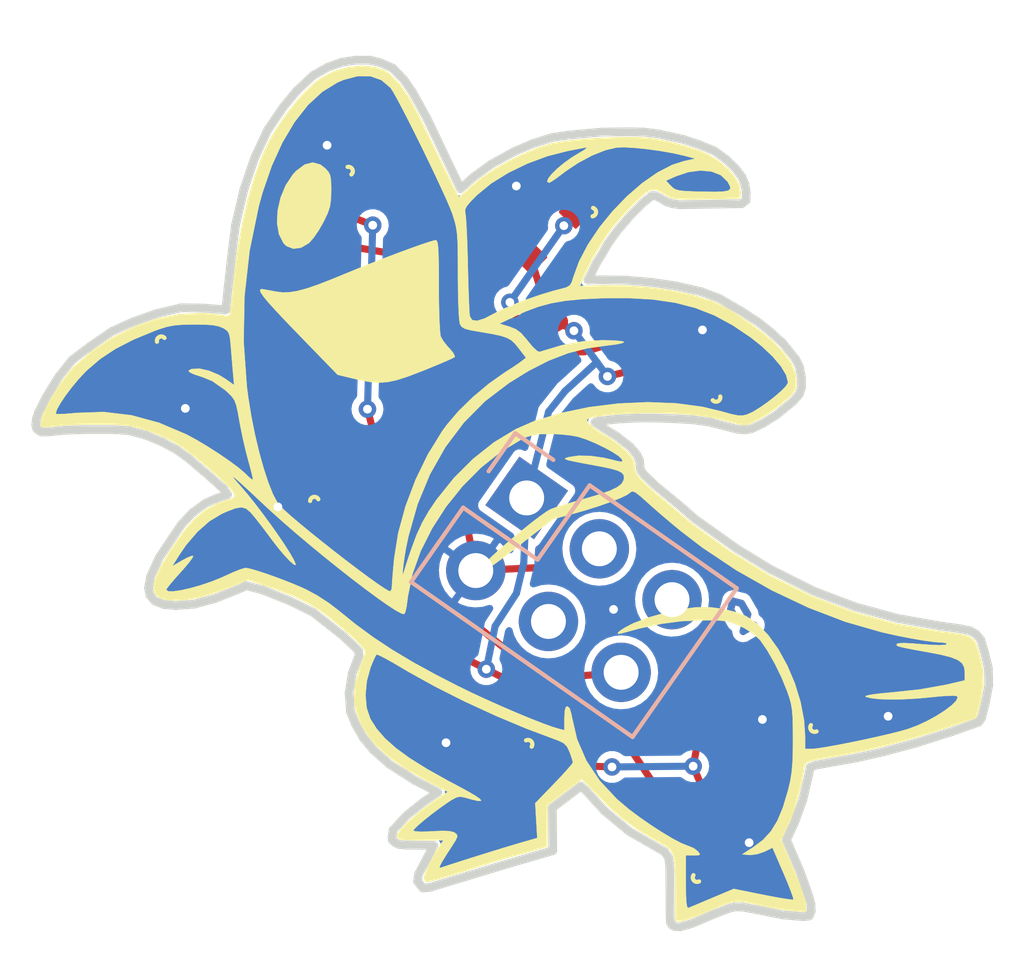
<source format=kicad_pcb>
(kicad_pcb (version 20211014) (generator pcbnew)
  (layers (0 "F.Cu" signal) (31 "B.Cu" signal) (34 "B.Paste" user) (35 "F.Paste" user) (36 "B.SilkS" user "B.Silkscreen") (37 "F.SilkS" user "F.Silkscreen") (38 "B.Mask" user) (39 "F.Mask" user) (44 "Edge.Cuts" user))
  (net 0 "")
  (net 1 "+3.3V")
  (net 2 "GND")
  (net 4 "Net-(D1-Pad3)")
  (net 5 "Net-(D2-Pad3)")
  (net 6 "Net-(D3-Pad3)")
  (net 7 "Net-(D4-Pad3)")
  (net 8 "Net-(D5-Pad3)")
  (net 9 "Net-(D6-Pad3)")
  (net 10 "Net-(D7-Pad3)")
  (net 11 "WSIN")
  (net 14 "unconnected-(J1-Pad5)")
  (footprint "Swadge_Parts:WS2812C-2020" (layer "F.Cu") (at 126.355349 79.949576 -105)
    (fp_text reference "D8" hide)
    (fp_text value "WS2812C-2020" hide)
    (pad "1" smd roundrect (at -0.915 -0.55 255) (size 0.7 0.7) (layers "F.Cu" "F.Paste" "F.Mask") (roundrect_rratio 0.05) (net 10 "Net-(D7-Pad3)"))
    (pad "2" smd roundrect (at -0.915 0.55 255) (size 0.7 0.7) (layers "F.Cu" "F.Paste" "F.Mask") (roundrect_rratio 0.05) (net 2 "GND"))
    (pad "3" smd roundrect (at 0.915 0.55 255) (size 0.7 0.7) (layers "F.Cu" "F.Paste" "F.Mask") (roundrect_rratio 0.05) (net 11 "WSIN"))
    (pad "4" smd roundrect (at 0.915 -0.55 255) (size 0.7 0.7) (layers "F.Cu" "F.Paste" "F.Mask") (roundrect_rratio 0.05) (net 1 "+3.3V"))
  )
  (footprint "Swadge_Parts:bananaraptor" (layer "F.Cu") (at 132.18 88.21)
    (fp_text reference "K1" hide)
    (fp_text value "~" hide)
  )
  (footprint "Swadge_Parts:WS2812C-2020" (layer "F.Cu") (at 138.378292 97.97068 90)
    (fp_text reference "D4" hide)
    (fp_text value "WS2812C-2020" hide)
    (pad "1" smd roundrect (at -0.915 -0.55 90) (size 0.7 0.7) (layers "F.Cu" "F.Paste" "F.Mask") (roundrect_rratio 0.05) (net 6 "Net-(D3-Pad3)"))
    (pad "2" smd roundrect (at -0.915 0.55 90) (size 0.7 0.7) (layers "F.Cu" "F.Paste" "F.Mask") (roundrect_rratio 0.05) (net 2 "GND"))
    (pad "3" smd roundrect (at 0.915 0.55 90) (size 0.7 0.7) (layers "F.Cu" "F.Paste" "F.Mask") (roundrect_rratio 0.05) (net 7 "Net-(D4-Pad3)"))
    (pad "4" smd roundrect (at 0.915 -0.55 90) (size 0.7 0.7) (layers "F.Cu" "F.Paste" "F.Mask") (roundrect_rratio 0.05) (net 1 "+3.3V"))
  )
  (footprint "Swadge_Parts:C_0603_1608Metric" (layer "F.Cu") (at 126.080489 87.041173 -150)
    (fp_text reference "C2" hide)
    (fp_text value "100n" hide)
    (pad "1" smd roundrect locked (at -0.7875 0 210) (size 0.875 0.95) (layers "F.Cu" "F.Paste" "F.Mask") (net 1 "+3.3V"))
    (pad "2" smd roundrect locked (at 0.7875 0 210) (size 0.875 0.95) (layers "F.Cu" "F.Paste" "F.Mask") (net 2 "GND"))
  )
  (footprint "Swadge_Parts:WS2812C-2020" (layer "F.Cu") (at 132.988862 80.407104 -135)
    (fp_text reference "D7" hide)
    (fp_text value "WS2812C-2020" hide)
    (pad "1" smd roundrect (at -0.915 -0.55 225) (size 0.7 0.7) (layers "F.Cu" "F.Paste" "F.Mask") (roundrect_rratio 0.05) (net 9 "Net-(D6-Pad3)"))
    (pad "2" smd roundrect (at -0.915 0.55 225) (size 0.7 0.7) (layers "F.Cu" "F.Paste" "F.Mask") (roundrect_rratio 0.05) (net 2 "GND"))
    (pad "3" smd roundrect (at 0.915 0.55 225) (size 0.7 0.7) (layers "F.Cu" "F.Paste" "F.Mask") (roundrect_rratio 0.05) (net 10 "Net-(D7-Pad3)"))
    (pad "4" smd roundrect (at 0.915 -0.55 225) (size 0.7 0.7) (layers "F.Cu" "F.Paste" "F.Mask") (roundrect_rratio 0.05) (net 1 "+3.3V"))
  )
  (footprint "Swadge_Parts:WS2812C-2020" (layer "F.Cu") (at 127.183277 89.8091 -30)
    (fp_text reference "D2" hide)
    (fp_text value "WS2812C-2020" hide)
    (pad "1" smd roundrect (at -0.915 -0.55 330) (size 0.7 0.7) (layers "F.Cu" "F.Paste" "F.Mask") (roundrect_rratio 0.05) (net 4 "Net-(D1-Pad3)"))
    (pad "2" smd roundrect (at -0.915 0.55 330) (size 0.7 0.7) (layers "F.Cu" "F.Paste" "F.Mask") (roundrect_rratio 0.05) (net 2 "GND"))
    (pad "3" smd roundrect (at 0.915 0.55 330) (size 0.7 0.7) (layers "F.Cu" "F.Paste" "F.Mask") (roundrect_rratio 0.05) (net 5 "Net-(D2-Pad3)"))
    (pad "4" smd roundrect (at 0.915 -0.55 330) (size 0.7 0.7) (layers "F.Cu" "F.Paste" "F.Mask") (roundrect_rratio 0.05) (net 1 "+3.3V"))
  )
  (footprint "Swadge_Parts:WS2812C-2020" (layer "F.Cu") (at 131.785684 96.631336 -90)
    (fp_text reference "D3" hide)
    (fp_text value "WS2812C-2020" hide)
    (pad "1" smd roundrect (at -0.915 -0.55 270) (size 0.7 0.7) (layers "F.Cu" "F.Paste" "F.Mask") (roundrect_rratio 0.05) (net 5 "Net-(D2-Pad3)"))
    (pad "2" smd roundrect (at -0.915 0.55 270) (size 0.7 0.7) (layers "F.Cu" "F.Paste" "F.Mask") (roundrect_rratio 0.05) (net 2 "GND"))
    (pad "3" smd roundrect (at 0.915 0.55 270) (size 0.7 0.7) (layers "F.Cu" "F.Paste" "F.Mask") (roundrect_rratio 0.05) (net 6 "Net-(D3-Pad3)"))
    (pad "4" smd roundrect (at 0.915 -0.55 270) (size 0.7 0.7) (layers "F.Cu" "F.Paste" "F.Mask") (roundrect_rratio 0.05) (net 1 "+3.3V"))
  )
  (footprint "Swadge_Parts:WS2812C-2020" (layer "F.Cu") (at 141.7408 93.67399 90)
    (fp_text reference "D5" hide)
    (fp_text value "WS2812C-2020" hide)
    (pad "1" smd roundrect (at -0.915 -0.55 90) (size 0.7 0.7) (layers "F.Cu" "F.Paste" "F.Mask") (roundrect_rratio 0.05) (net 7 "Net-(D4-Pad3)"))
    (pad "2" smd roundrect (at -0.915 0.55 90) (size 0.7 0.7) (layers "F.Cu" "F.Paste" "F.Mask") (roundrect_rratio 0.05) (net 2 "GND"))
    (pad "3" smd roundrect (at 0.915 0.55 90) (size 0.7 0.7) (layers "F.Cu" "F.Paste" "F.Mask") (roundrect_rratio 0.05) (net 8 "Net-(D5-Pad3)"))
    (pad "4" smd roundrect (at 0.915 -0.55 90) (size 0.7 0.7) (layers "F.Cu" "F.Paste" "F.Mask") (roundrect_rratio 0.05) (net 1 "+3.3V"))
  )
  (footprint "Swadge_Parts:C_0603_1608Metric" (layer "F.Cu") (at 132.593271 83.567168 -150)
    (fp_text reference "C3" hide)
    (fp_text value "100n" hide)
    (pad "1" smd roundrect locked (at -0.7875 0 210) (size 0.875 0.95) (layers "F.Cu" "F.Paste" "F.Mask") (net 1 "+3.3V"))
    (pad "2" smd roundrect locked (at 0.7875 0 210) (size 0.875 0.95) (layers "F.Cu" "F.Paste" "F.Mask") (net 2 "GND"))
  )
  (footprint "Swadge_Parts:WS2812C-2020" (layer "F.Cu") (at 123.132965 85.004652 -15)
    (fp_text reference "D1" hide)
    (fp_text value "WS2812C-2020" hide)
    (pad "1" smd roundrect (at -0.915 -0.55 345) (size 0.7 0.7) (layers "F.Cu" "F.Paste" "F.Mask") (roundrect_rratio 0.05))
    (pad "2" smd roundrect (at -0.915 0.55 345) (size 0.7 0.7) (layers "F.Cu" "F.Paste" "F.Mask") (roundrect_rratio 0.05) (net 2 "GND"))
    (pad "3" smd roundrect (at 0.915 0.55 345) (size 0.7 0.7) (layers "F.Cu" "F.Paste" "F.Mask") (roundrect_rratio 0.05) (net 4 "Net-(D1-Pad3)"))
    (pad "4" smd roundrect (at 0.915 -0.55 345) (size 0.7 0.7) (layers "F.Cu" "F.Paste" "F.Mask") (roundrect_rratio 0.05) (net 1 "+3.3V"))
  )
  (footprint "Swadge_Parts:C_0603_1608Metric" (layer "F.Cu") (at 138.35502 94.136041 30)
    (fp_text reference "C1" hide)
    (fp_text value "100n" hide)
    (pad "1" smd roundrect locked (at -0.7875 0 30) (size 0.875 0.95) (layers "F.Cu" "F.Paste" "F.Mask") (net 1 "+3.3V"))
    (pad "2" smd roundrect locked (at 0.7875 0 30) (size 0.875 0.95) (layers "F.Cu" "F.Paste" "F.Mask") (net 2 "GND"))
  )
  (footprint "Swadge_Parts:WS2812C-2020" (layer "F.Cu") (at 137.073128 84.290516 165)
    (fp_text reference "D6" hide)
    (fp_text value "WS2812C-2020" hide)
    (pad "1" smd roundrect (at -0.915 -0.55 165) (size 0.7 0.7) (layers "F.Cu" "F.Paste" "F.Mask") (roundrect_rratio 0.05) (net 8 "Net-(D5-Pad3)"))
    (pad "2" smd roundrect (at -0.915 0.55 165) (size 0.7 0.7) (layers "F.Cu" "F.Paste" "F.Mask") (roundrect_rratio 0.05) (net 2 "GND"))
    (pad "3" smd roundrect (at 0.915 0.55 165) (size 0.7 0.7) (layers "F.Cu" "F.Paste" "F.Mask") (roundrect_rratio 0.05) (net 9 "Net-(D6-Pad3)"))
    (pad "4" smd roundrect (at 0.915 -0.55 165) (size 0.7 0.7) (layers "F.Cu" "F.Paste" "F.Mask") (roundrect_rratio 0.05) (net 1 "+3.3V"))
  )
  (footprint "Swadge_Parts:PinHeader_2x03_P2.54mm_Vertical" (layer "B.Cu") (at 132.622951 88.337301 -125)
    (fp_text reference "J1" hide)
    (fp_text value "SAO" hide)
    (pad "1" thru_hole rect (at 0 0 235) (size 1.7 1.7) (drill 1) (layers *.Cu *.Mask) (net 1 "+3.3V"))
    (pad "2" thru_hole oval (at 2.54 0 235) (size 1.7 1.7) (drill 1) (layers *.Cu *.Mask) (net 2 "GND"))
    (pad "3" thru_hole oval (at 0 -2.54 235) (size 1.7 1.7) (drill 1) (layers *.Cu *.Mask))
    (pad "4" thru_hole oval (at 2.54 -2.54 235) (size 1.7 1.7) (drill 1) (layers *.Cu *.Mask))
    (pad "5" thru_hole oval (at 0 -5.08 235) (size 1.7 1.7) (drill 1) (layers *.Cu *.Mask) (net 14 "unconnected-(J1-Pad5)"))
    (pad "6" thru_hole oval (at 2.54 -5.08 235) (size 1.7 1.7) (drill 1) (layers *.Cu *.Mask) (net 11 "WSIN"))
  )
  (gr_line (start 135.77 87.09) (end 135.85 87.25) (layer "Edge.Cuts") (width 0.25))
  (gr_line (start 137.39 86.1) (end 136.89 86.07) (layer "Edge.Cuts") (width 0.25))
  (gr_line (start 127.38 92.3) (end 126.52 91.62) (layer "Edge.Cuts") (width 0.25))
  (gr_line (start 145.75 94.23) (end 145.64 94.65) (layer "Edge.Cuts") (width 0.25))
  (gr_line (start 138.03 100.24) (end 137.37 100.52) (layer "Edge.Cuts") (width 0.25))
  (gr_line (start 135.99 87.68) (end 136.29 87.97) (layer "Edge.Cuts") (width 0.25))
  (gr_line (start 122.11 90.04) (end 122.47 89.5) (layer "Edge.Cuts") (width 0.25))
  (gr_line (start 140.32 84.36) (end 140.43 84.58) (layer "Edge.Cuts") (width 0.25))
  (gr_line (start 124.19 81.3) (end 124.29 80.52) (layer "Edge.Cuts") (width 0.25))
  (gr_line (start 138.13 82.62) (end 138.77 82.99) (layer "Edge.Cuts") (width 0.25))
  (gr_line (start 140.76 99.96) (end 140.77 100.17) (layer "Edge.Cuts") (width 0.25))
  (gr_line (start 123.43 88.49) (end 123.72 88.36) (layer "Edge.Cuts") (width 0.25))
  (gr_line (start 133.36 97.21) (end 133.37 98.44) (layer "Edge.Cuts") (width 0.25))
  (gr_line (start 136.3 79.68) (end 136.21 79.68) (layer "Edge.Cuts") (width 0.25))
  (gr_line (start 135.59 80.25) (end 135.23 80.67) (layer "Edge.Cuts") (width 0.25))
  (gr_line (start 139.96 100.28) (end 139.21 100.13) (layer "Edge.Cuts") (width 0.25))
  (gr_line (start 118.66 86.41) (end 118.6 86.36) (layer "Edge.Cuts") (width 0.25))
  (gr_line (start 118.86 85.47) (end 119.22 84.88) (layer "Edge.Cuts") (width 0.25))
  (gr_line (start 129.96 98.29) (end 129.17 98.28) (layer "Edge.Cuts") (width 0.25))
  (gr_line (start 140.71 100.31) (end 140.55 100.33) (layer "Edge.Cuts") (width 0.25))
  (gr_line (start 129.5 99.32) (end 129.53 99.11) (layer "Edge.Cuts") (width 0.25))
  (gr_line (start 121.72 86.54) (end 121.24 86.41) (layer "Edge.Cuts") (width 0.25))
  (gr_line (start 118.59 86.07) (end 118.65 85.89) (layer "Edge.Cuts") (width 0.25))
  (gr_line (start 122.74 89.1) (end 123.06 88.76) (layer "Edge.Cuts") (width 0.25))
  (gr_line (start 121.24 86.41) (end 120.8 86.38) (layer "Edge.Cuts") (width 0.25))
  (gr_line (start 137.21 100.57) (end 137.02 100.62) (layer "Edge.Cuts") (width 0.25))
  (gr_line (start 126.52 91.62) (end 125.85 91.29) (layer "Edge.Cuts") (width 0.25))
  (gr_line (start 145.85 93.7) (end 145.75 94.23) (layer "Edge.Cuts") (width 0.25))
  (gr_line (start 139.26 83.31) (end 139.56 83.55) (layer "Edge.Cuts") (width 0.25))
  (gr_line (start 134.85 97.3) (end 134.31 96.71) (layer "Edge.Cuts") (width 0.25))
  (gr_line (start 134.77 81.37) (end 134.63 81.59) (layer "Edge.Cuts") (width 0.25))
  (gr_line (start 127.72 75.8) (end 128.14 75.8) (layer "Edge.Cuts") (width 0.25))
  (gr_line (start 128.86 98.21) (end 128.78 98.14) (layer "Edge.Cuts") (width 0.25))
  (gr_line (start 127.73 94.83) (end 127.58 94.46) (layer "Edge.Cuts") (width 0.25))
  (gr_line (start 144.44 92) (end 145.07 92.09) (layer "Edge.Cuts") (width 0.25))
  (gr_line (start 129.65 99.51) (end 129.5 99.32) (layer "Edge.Cuts") (width 0.25))
  (gr_line (start 131.1 79.15) (end 131.61 78.78) (layer "Edge.Cuts") (width 0.25))
  (gr_line (start 140.49 84.89) (end 140.49 85.18) (layer "Edge.Cuts") (width 0.25))
  (gr_line (start 126.93 76) (end 127.33 75.86) (layer "Edge.Cuts") (width 0.25))
  (gr_line (start 136.39 77.91) (end 137.11 78.07) (layer "Edge.Cuts") (width 0.25))
  (gr_line (start 138.77 82.99) (end 139.26 83.31) (layer "Edge.Cuts") (width 0.25))
  (gr_line (start 136.79 79.91) (end 136.63 79.86) (layer "Edge.Cuts") (width 0.25))
  (gr_line (start 134.76 77.86) (end 135.6 77.85) (layer "Edge.Cuts") (width 0.25))
  (gr_line (start 140.53 96.98) (end 140.29 97.64) (layer "Edge.Cuts") (width 0.25))
  (gr_line (start 135.22 86.08) (end 134.68 86.14) (layer "Edge.Cuts") (width 0.25))
  (gr_line (start 142.08 95.78) (end 140.9 95.99) (layer "Edge.Cuts") (width 0.25))
  (gr_line (start 121.86 90.58) (end 122.11 90.04) (layer "Edge.Cuts") (width 0.25))
  (gr_line (start 138.42 100.09) (end 138.03 100.24) (layer "Edge.Cuts") (width 0.25))
  (gr_line (start 139.56 83.55) (end 139.95 83.9) (layer "Edge.Cuts") (width 0.25))
  (gr_line (start 124.84 78.59) (end 125.21 77.8) (layer "Edge.Cuts") (width 0.25))
  (gr_line (start 127.33 75.86) (end 127.72 75.8) (layer "Edge.Cuts") (width 0.25))
  (gr_line (start 127.63 93.36) (end 127.82 92.86) (layer "Edge.Cuts") (width 0.25))
  (gr_line (start 140.29 97.64) (end 140.06 98.13) (layer "Edge.Cuts") (width 0.25))
  (gr_line (start 143.25 91.79) (end 144.44 92) (layer "Edge.Cuts") (width 0.25))
  (gr_line (start 127.82 92.86) (end 127.81 92.71) (layer "Edge.Cuts") (width 0.25))
  (gr_line (start 129.69 97.03) (end 130.08 96.77) (layer "Edge.Cuts") (width 0.25))
  (gr_line (start 122.47 89.5) (end 122.74 89.1) (layer "Edge.Cuts") (width 0.25))
  (gr_line (start 134.7 86.26) (end 135.21 86.58) (layer "Edge.Cuts") (width 0.25))
  (gr_line (start 138.62 89.78) (end 139.58 90.37) (layer "Edge.Cuts") (width 0.25))
  (gr_line (start 140.74 96.05) (end 140.7 96.25) (layer "Edge.Cuts") (width 0.25))
  (gr_line (start 140.25 85.57) (end 139.76 85.97) (layer "Edge.Cuts") (width 0.25))
  (gr_line (start 124.08 82.28) (end 124.19 81.3) (layer "Edge.Cuts") (width 0.25))
  (gr_line (start 118.92 86.45) (end 118.74 86.45) (layer "Edge.Cuts") (width 0.25))
  (gr_line (start 134.63 81.59) (end 134.38 82.1) (layer "Edge.Cuts") (width 0.25))
  (gr_line (start 135.6 77.85) (end 135.98 77.86) (layer "Edge.Cuts") (width 0.25))
  (gr_line (start 138.59 100.05) (end 138.42 100.09) (layer "Edge.Cuts") (width 0.25))
  (gr_line (start 139.21 100.13) (end 138.78 100.05) (layer "Edge.Cuts") (width 0.25))
  (gr_line (start 129.11 76.36) (end 129.35 76.71) (layer "Edge.Cuts") (width 0.25))
  (gr_line (start 136.29 87.97) (end 137.03 88.58) (layer "Edge.Cuts") (width 0.25))
  (gr_line (start 140.85 91.01) (end 142.04 91.46) (layer "Edge.Cuts") (width 0.25))
  (gr_line (start 122.74 82.89) (end 123.38 82.9) (layer "Edge.Cuts") (width 0.25))
  (gr_line (start 140.43 85.36) (end 140.25 85.57) (layer "Edge.Cuts") (width 0.25))
  (gr_line (start 122.18 86.73) (end 121.72 86.54) (layer "Edge.Cuts") (width 0.25))
  (gr_line (start 118.57 86.25) (end 118.59 86.07) (layer "Edge.Cuts") (width 0.25))
  (gr_line (start 145.73 92.76) (end 145.84 93.22) (layer "Edge.Cuts") (width 0.25))
  (gr_line (start 128.46 75.88) (end 128.79 76.03) (layer "Edge.Cuts") (width 0.25))
  (gr_line (start 133.33 78.02) (end 133.79 77.95) (layer "Edge.Cuts") (width 0.25))
  (gr_line (start 136.87 82.26) (end 137.62 82.43) (layer "Edge.Cuts") (width 0.25))
  (gr_line (start 122.58 91.42) (end 122.24 91.39) (layer "Edge.Cuts") (width 0.25))
  (gr_line (start 145.64 94.65) (end 145.56 94.76) (layer "Edge.Cuts") (width 0.25))
  (gr_line (start 126.51 76.24) (end 126.93 76) (layer "Edge.Cuts") (width 0.25))
  (gr_line (start 119.39 86.4) (end 118.92 86.45) (layer "Edge.Cuts") (width 0.25))
  (gr_line (start 137.11 78.07) (end 137.56 78.22) (layer "Edge.Cuts") (width 0.25))
  (gr_line (start 145.84 93.22) (end 145.85 93.7) (layer "Edge.Cuts") (width 0.25))
  (gr_line (start 134.73 82.09) (end 135.46 82.1) (layer "Edge.Cuts") (width 0.25))
  (gr_line (start 132.8 78.19) (end 133.33 78.02) (layer "Edge.Cuts") (width 0.25))
  (gr_line (start 119.95 86.38) (end 119.39 86.4) (layer "Edge.Cuts") (width 0.25))
  (gr_line (start 129.53 99.11) (end 129.96 98.29) (layer "Edge.Cuts") (width 0.25))
  (gr_line (start 137.37 100.52) (end 137.21 100.57) (layer "Edge.Cuts") (width 0.25))
  (gr_line (start 133.37 98.44) (end 131.9 98.87) (layer "Edge.Cuts") (width 0.25))
  (gr_line (start 134.68 86.14) (end 134.58 86.17) (layer "Edge.Cuts") (width 0.25))
  (gr_line (start 124.6 90.85) (end 124.33 90.97) (layer "Edge.Cuts") (width 0.25))
  (gr_line (start 120.75 83.57) (end 121.34 83.3) (layer "Edge.Cuts") (width 0.25))
  (gr_line (start 145.56 94.76) (end 144.77 95.04) (layer "Edge.Cuts") (width 0.25))
  (gr_line (start 122.24 91.39) (end 121.98 91.29) (layer "Edge.Cuts") (width 0.25))
  (gr_line (start 128.14 75.8) (end 128.46 75.88) (layer "Edge.Cuts") (width 0.25))
  (gr_line (start 136.85 100.61) (end 136.78 100.57) (layer "Edge.Cuts") (width 0.25))
  (gr_line (start 125.08 90.98) (end 124.6 90.85) (layer "Edge.Cuts") (width 0.25))
  (gr_line (start 144.77 95.04) (end 143.76 95.36) (layer "Edge.Cuts") (width 0.25))
  (gr_line (start 128.8 97.85) (end 129.2 97.42) (layer "Edge.Cuts") (width 0.25))
  (gr_line (start 134.18 96.59) (end 133.36 97.21) (layer "Edge.Cuts") (width 0.25))
  (gr_line (start 132.26 78.42) (end 132.8 78.19) (layer "Edge.Cuts") (width 0.25))
  (gr_line (start 119.22 84.88) (end 119.61 84.39) (layer "Edge.Cuts") (width 0.25))
  (gr_line (start 145.62 92.4) (end 145.73 92.76) (layer "Edge.Cuts") (width 0.25))
  (gr_line (start 140.06 98.13) (end 140.46 99.06) (layer "Edge.Cuts") (width 0.25))
  (gr_line (start 135.21 86.58) (end 135.58 86.87) (layer "Edge.Cuts") (width 0.25))
  (gr_line (start 138.91 79.6) (end 138.9 79.82) (layer "Edge.Cuts") (width 0.25))
  (gr_line (start 135.58 86.87) (end 135.77 87.09) (layer "Edge.Cuts") (width 0.25))
  (gr_line (start 129.2 97.42) (end 129.69 97.03) (layer "Edge.Cuts") (width 0.25))
  (gr_line (start 134.96 81.04) (end 134.77 81.37) (layer "Edge.Cuts") (width 0.25))
  (gr_line (start 125.85 91.29) (end 125.08 90.98) (layer "Edge.Cuts") (width 0.25))
  (gr_line (start 122.61 86.96) (end 122.18 86.73) (layer "Edge.Cuts") (width 0.25))
  (gr_line (start 138.78 79.91) (end 137 79.94) (layer "Edge.Cuts") (width 0.25))
  (gr_line (start 134.38 82.1) (end 134.73 82.09) (layer "Edge.Cuts") (width 0.25))
  (gr_line (start 136.68 98.63) (end 136.57 98.47) (layer "Edge.Cuts") (width 0.25))
  (gr_line (start 123.06 88.76) (end 123.43 88.49) (layer "Edge.Cuts") (width 0.25))
  (gr_line (start 138.78 100.05) (end 138.59 100.05) (layer "Edge.Cuts") (width 0.25))
  (gr_line (start 121.8 90.91) (end 121.86 90.58) (layer "Edge.Cuts") (width 0.25))
  (gr_line (start 136.71 98.79) (end 136.68 98.63) (layer "Edge.Cuts") (width 0.25))
  (gr_line (start 125.21 77.8) (end 125.65 77.15) (layer "Edge.Cuts") (width 0.25))
  (gr_line (start 138.65 86.37) (end 137.88 86.17) (layer "Edge.Cuts") (width 0.25))
  (gr_line (start 139.58 90.37) (end 140.85 91.01) (layer "Edge.Cuts") (width 0.25))
  (gr_line (start 123.1 91.38) (end 122.58 91.42) (layer "Edge.Cuts") (width 0.25))
  (gr_line (start 135.88 87.52) (end 135.91 87.58) (layer "Edge.Cuts") (width 0.25))
  (gr_line (start 136.32 86.05) (end 135.75 86.05) (layer "Edge.Cuts") (width 0.25))
  (gr_line (start 137.62 82.43) (end 138.13 82.62) (layer "Edge.Cuts") (width 0.25))
  (gr_line (start 130.73 79.48) (end 131.1 79.15) (layer "Edge.Cuts") (width 0.25))
  (gr_line (start 135.46 82.1) (end 136.18 82.16) (layer "Edge.Cuts") (width 0.25))
  (gr_line (start 125.65 77.15) (end 126.04 76.68) (layer "Edge.Cuts") (width 0.25))
  (gr_line (start 123.72 88.36) (end 124.06 88.24) (layer "Edge.Cuts") (width 0.25))
  (gr_line (start 126.04 76.68) (end 126.51 76.24) (layer "Edge.Cuts") (width 0.25))
  (gr_line (start 143.76 95.36) (end 142.83 95.61) (layer "Edge.Cuts") (width 0.25))
  (gr_line (start 140.49 85.18) (end 140.43 85.36) (layer "Edge.Cuts") (width 0.25))
  (gr_line (start 129.77 77.47) (end 130.73 79.48) (layer "Edge.Cuts") (width 0.25))
  (gr_line (start 140.46 99.06) (end 140.68 99.68) (layer "Edge.Cuts") (width 0.25))
  (gr_line (start 122.02 83.06) (end 122.74 82.89) (layer "Edge.Cuts") (width 0.25))
  (gr_line (start 123.7 91.22) (end 123.1 91.38) (layer "Edge.Cuts") (width 0.25))
  (gr_line (start 135.98 77.86) (end 136.39 77.91) (layer "Edge.Cuts") (width 0.25))
  (gr_line (start 123.38 82.9) (end 124.01 82.95) (layer "Edge.Cuts") (width 0.25))
  (gr_line (start 134.58 86.17) (end 134.7 86.26) (layer "Edge.Cuts") (width 0.25))
  (gr_line (start 137.02 100.62) (end 136.85 100.61) (layer "Edge.Cuts") (width 0.25))
  (gr_line (start 136.72 98.99) (end 136.71 98.79) (layer "Edge.Cuts") (width 0.25))
  (gr_line (start 128.69 95.96) (end 128.23 95.55) (layer "Edge.Cuts") (width 0.25))
  (gr_line (start 128.97 98.26) (end 128.86 98.21) (layer "Edge.Cuts") (width 0.25))
  (gr_line (start 131.61 78.78) (end 132.26 78.42) (layer "Edge.Cuts") (width 0.25))
  (gr_line (start 136.21 79.68) (end 135.97 79.87) (layer "Edge.Cuts") (width 0.25))
  (gr_line (start 136.89 86.07) (end 136.32 86.05) (layer "Edge.Cuts") (width 0.25))
  (gr_line (start 120.8 86.38) (end 119.95 86.38) (layer "Edge.Cuts") (width 0.25))
  (gr_line (start 129.35 76.71) (end 129.77 77.47) (layer "Edge.Cuts") (width 0.25))
  (gr_line (start 124.01 82.95) (end 124.08 82.28) (layer "Edge.Cuts") (width 0.25))
  (gr_line (start 130.08 96.77) (end 129.41 96.42) (layer "Edge.Cuts") (width 0.25))
  (gr_line (start 135.23 80.67) (end 134.96 81.04) (layer "Edge.Cuts") (width 0.25))
  (gr_line (start 142.04 91.46) (end 143.25 91.79) (layer "Edge.Cuts") (width 0.25))
  (gr_line (start 127.58 94.46) (end 127.54 93.92) (layer "Edge.Cuts") (width 0.25))
  (gr_line (start 136.63 79.86) (end 136.43 79.74) (layer "Edge.Cuts") (width 0.25))
  (gr_line (start 138.87 86.39) (end 138.65 86.37) (layer "Edge.Cuts") (width 0.25))
  (gr_line (start 142.83 95.61) (end 142.08 95.78) (layer "Edge.Cuts") (width 0.25))
  (gr_line (start 118.65 85.89) (end 118.86 85.47) (layer "Edge.Cuts") (width 0.25))
  (gr_line (start 133.79 77.95) (end 134.76 77.86) (layer "Edge.Cuts") (width 0.25))
  (gr_line (start 139.37 86.21) (end 139.05 86.36) (layer "Edge.Cuts") (width 0.25))
  (gr_line (start 136.73 100.33) (end 136.72 98.99) (layer "Edge.Cuts") (width 0.25))
  (gr_line (start 145.49 92.24) (end 145.62 92.4) (layer "Edge.Cuts") (width 0.25))
  (gr_line (start 135.91 87.58) (end 135.99 87.68) (layer "Edge.Cuts") (width 0.25))
  (gr_line (start 136.18 82.16) (end 136.87 82.26) (layer "Edge.Cuts") (width 0.25))
  (gr_line (start 135.97 79.87) (end 135.59 80.25) (layer "Edge.Cuts") (width 0.25))
  (gr_line (start 128.77 98.04) (end 128.8 97.85) (layer "Edge.Cuts") (width 0.25))
  (gr_line (start 138.78 79.14) (end 138.87 79.35) (layer "Edge.Cuts") (width 0.25))
  (gr_line (start 124.29 80.52) (end 124.53 79.5) (layer "Edge.Cuts") (width 0.25))
  (gr_line (start 124.53 79.5) (end 124.84 78.59) (layer "Edge.Cuts") (width 0.25))
  (gr_line (start 131.9 98.87) (end 129.86 99.49) (layer "Edge.Cuts") (width 0.25))
  (gr_line (start 140.68 99.68) (end 140.76 99.96) (layer "Edge.Cuts") (width 0.25))
  (gr_line (start 124.33 90.97) (end 123.7 91.22) (layer "Edge.Cuts") (width 0.25))
  (gr_line (start 136.74 100.5) (end 136.73 100.33) (layer "Edge.Cuts") (width 0.25))
  (gr_line (start 135.56 97.89) (end 134.85 97.3) (layer "Edge.Cuts") (width 0.25))
  (gr_line (start 119.61 84.39) (end 120.15 83.98) (layer "Edge.Cuts") (width 0.25))
  (gr_line (start 129.17 98.28) (end 128.97 98.26) (layer "Edge.Cuts") (width 0.25))
  (gr_line (start 118.74 86.45) (end 118.66 86.41) (layer "Edge.Cuts") (width 0.25))
  (gr_line (start 140.55 100.33) (end 139.96 100.28) (layer "Edge.Cuts") (width 0.25))
  (gr_line (start 138.6 78.9) (end 138.78 79.14) (layer "Edge.Cuts") (width 0.25))
  (gr_line (start 121.98 91.29) (end 121.84 91.12) (layer "Edge.Cuts") (width 0.25))
  (gr_line (start 128.78 98.14) (end 128.77 98.04) (layer "Edge.Cuts") (width 0.25))
  (gr_line (start 129.86 99.49) (end 129.65 99.51) (layer "Edge.Cuts") (width 0.25))
  (gr_line (start 118.6 86.36) (end 118.57 86.25) (layer "Edge.Cuts") (width 0.25))
  (gr_line (start 136.43 79.74) (end 136.3 79.68) (layer "Edge.Cuts") (width 0.25))
  (gr_line (start 137.03 88.58) (end 137.44 88.94) (layer "Edge.Cuts") (width 0.25))
  (gr_line (start 139.95 83.9) (end 140.32 84.36) (layer "Edge.Cuts") (width 0.25))
  (gr_line (start 137.88 86.17) (end 137.39 86.1) (layer "Edge.Cuts") (width 0.25))
  (gr_line (start 140.9 95.99) (end 140.74 96.05) (layer "Edge.Cuts") (width 0.25))
  (gr_line (start 145.07 92.09) (end 145.31 92.14) (layer "Edge.Cuts") (width 0.25))
  (gr_line (start 128.79 76.03) (end 129.11 76.36) (layer "Edge.Cuts") (width 0.25))
  (gr_line (start 134.31 96.71) (end 134.18 96.59) (layer "Edge.Cuts") (width 0.25))
  (gr_line (start 137.44 88.94) (end 138.62 89.78) (layer "Edge.Cuts") (width 0.25))
  (gr_line (start 122.94 87.2) (end 122.61 86.96) (layer "Edge.Cuts") (width 0.25))
  (gr_line (start 135.87 87.43) (end 135.88 87.52) (layer "Edge.Cuts") (width 0.25))
  (gr_line (start 135.85 87.25) (end 135.87 87.43) (layer "Edge.Cuts") (width 0.25))
  (gr_line (start 135.75 86.05) (end 135.22 86.08) (layer "Edge.Cuts") (width 0.25))
  (gr_line (start 138.33 78.64) (end 138.6 78.9) (layer "Edge.Cuts") (width 0.25))
  (gr_line (start 136.57 98.47) (end 135.56 97.89) (layer "Edge.Cuts") (width 0.25))
  (gr_line (start 138 78.4) (end 138.33 78.64) (layer "Edge.Cuts") (width 0.25))
  (gr_line (start 127.54 93.92) (end 127.63 93.36) (layer "Edge.Cuts") (width 0.25))
  (gr_line (start 121.84 91.12) (end 121.8 90.91) (layer "Edge.Cuts") (width 0.25))
  (gr_line (start 129.41 96.42) (end 128.69 95.96) (layer "Edge.Cuts") (width 0.25))
  (gr_line (start 140.43 84.58) (end 140.49 84.89) (layer "Edge.Cuts") (width 0.25))
  (gr_line (start 140.7 96.25) (end 140.53 96.98) (layer "Edge.Cuts") (width 0.25))
  (gr_line (start 127.81 92.71) (end 127.38 92.3) (layer "Edge.Cuts") (width 0.25))
  (gr_line (start 127.95 95.21) (end 127.73 94.83) (layer "Edge.Cuts") (width 0.25))
  (gr_line (start 139.05 86.36) (end 138.87 86.39) (layer "Edge.Cuts") (width 0.25))
  (gr_line (start 138.87 79.35) (end 138.91 79.6) (layer "Edge.Cuts") (width 0.25))
  (gr_line (start 123.55 87.72) (end 122.94 87.2) (layer "Edge.Cuts") (width 0.25))
  (gr_line (start 128.23 95.55) (end 127.95 95.21) (layer "Edge.Cuts") (width 0.25))
  (gr_line (start 136.78 100.57) (end 136.74 100.5) (layer "Edge.Cuts") (width 0.25))
  (gr_line (start 140.77 100.17) (end 140.71 100.31) (layer "Edge.Cuts") (width 0.25))
  (gr_line (start 137.56 78.22) (end 138 78.4) (layer "Edge.Cuts") (width 0.25))
  (gr_line (start 145.31 92.14) (end 145.49 92.24) (layer "Edge.Cuts") (width 0.25))
  (gr_line (start 124.06 88.24) (end 123.95 88.08) (layer "Edge.Cuts") (width 0.25))
  (gr_line (start 121.34 83.3) (end 122.02 83.06) (layer "Edge.Cuts") (width 0.25))
  (gr_line (start 123.95 88.08) (end 123.55 87.72) (layer "Edge.Cuts") (width 0.25))
  (gr_line (start 120.15 83.98) (end 120.75 83.57) (layer "Edge.Cuts") (width 0.25))
  (gr_line (start 138.9 79.82) (end 138.78 79.91) (layer "Edge.Cuts") (width 0.25))
  (gr_line (start 137 79.94) (end 136.79 79.91) (layer "Edge.Cuts") (width 0.25))
  (gr_line (start 139.76 85.97) (end 139.37 86.21) (layer "Edge.Cuts") (width 0.25))
  (segment (start 133.975609 83.548765) (end 133.275262 83.173419) (width 0.2032) (layer "F.Cu") (net 1))
  (segment (start 132.878507 96.91827) (end 133.708137 96.343977) (width 0.2032) (layer "F.Cu") (net 1))
  (segment (start 137.904588 93.459572) (end 137.673025 94.529791) (width 0.2032) (layer "F.Cu") (net 1))
  (segment (start 137.389751 96.020069) (end 137.673025 94.529791) (width 0.2032) (layer "F.Cu") (net 1))
  (segment (start 138.52102 92.900993) (end 137.904588 93.459572) (width 0.2032) (layer "F.Cu") (net 1))
  (segment (start 133.275262 83.173419) (end 132.730768 81.443014) (width 0.2032) (layer "F.Cu") (net 1))
  (segment (start 136.04696 84.584954) (end 134.934821 84.857204) (width 0.2032) (layer "F.Cu") (net 1))
  (segment (start 131.42587 81.799062) (end 126.64979 80.975753) (width 0.2032) (layer "F.Cu") (net 1))
  (segment (start 134.735339 94.536531) (end 137.673025 94.529791) (width 0.2032) (layer "F.Cu") (net 1))
  (segment (start 133.708137 96.343977) (end 134.124503 96.004652) (width 0.2032) (layer "F.Cu") (net 1))
  (segment (start 137.389751 96.020069) (end 137.82829 97.05568) (width 0.2032) (layer "F.Cu") (net 1))
  (segment (start 139.399829 92.510226) (end 138.52102 92.900993) (width 0.2032) (layer "F.Cu") (net 1))
  (segment (start 132.079095 81.841441) (end 131.42587 81.799062) (width 0.2032) (layer "F.Cu") (net 1))
  (segment (start 134 94.54) (end 134.735339 94.536531) (width 0.2032) (layer "F.Cu") (net 1))
  (segment (start 141.190801 92.758994) (end 139.399829 92.510226) (width 0.2032) (layer "F.Cu") (net 1))
  (segment (start 132.18759 97.606722) (end 132.878507 96.91827) (width 0.2032) (layer "F.Cu") (net 1))
  (segment (start 128.250687 89.790287) (end 130.84 92.92) (width 0.2032) (layer "F.Cu") (net 1))
  (segment (start 131.468033 93.241967) (end 134 94.54) (width 0.2032) (layer "F.Cu") (net 1))
  (segment (start 132.730768 81.443014) (end 132.079095 81.841441) (width 0.2032) (layer "F.Cu") (net 1))
  (segment (start 124.159136 84.710214) (end 126.762482 86.647423) (width 0.2032) (layer "F.Cu") (net 1))
  (segment (start 126.64979 80.975753) (end 126.550571 81.531779) (width 0.2032) (layer "F.Cu") (net 1))
  (segment (start 130.84 92.92) (end 131.468033 93.241967) (width 0.2032) (layer "F.Cu") (net 1))
  (segment (start 126.762482 86.647423) (end 128.250687 89.790287) (width 0.2032) (layer "F.Cu") (net 1))
  (segment (start 134.124503 96.004652) (end 135.066303 96.042175) (width 0.2032) (layer "F.Cu") (net 1))
  (segment (start 126.550571 81.531779) (end 124.159136 84.710214) (width 0.2032) (layer "F.Cu") (net 1))
  (via (at 131.468033 93.241967) (size 0.5) (drill 0.25) (layers "F.Cu" "B.Cu") (net 1))
  (via (at 133.975609 83.548765) (size 0.5) (drill 0.25) (layers "F.Cu" "B.Cu") (net 1))
  (via (at 135.066303 96.042175) (size 0.5) (drill 0.25) (layers "F.Cu" "B.Cu") (net 1))
  (via (at 137.389751 96.020069) (size 0.5) (drill 0.25) (layers "F.Cu" "B.Cu") (net 1))
  (via (at 134.934821 84.857204) (size 0.5) (drill 0.25) (layers "F.Cu" "B.Cu") (net 1))
  (segment (start 134.633636 84.446364) (end 133.975609 83.548765) (width 0.2032) (layer "B.Cu") (net 1))
  (segment (start 132.33 91.07) (end 131.72 92.01) (width 0.2032) (layer "B.Cu") (net 1))
  (segment (start 133.25 85.87) (end 133.72 85.28) (width 0.2032) (layer "B.Cu") (net 1))
  (segment (start 131.72 92.01) (end 131.468033 93.241967) (width 0.2032) (layer "B.Cu") (net 1))
  (segment (start 132.622951 88.337301) (end 133.25 85.87) (width 0.2032) (layer "B.Cu") (net 1))
  (segment (start 132.622951 88.337301) (end 132.54 90.2) (width 0.2032) (layer "B.Cu") (net 1))
  (segment (start 132.54 90.2) (end 132.33 91.07) (width 0.2032) (layer "B.Cu") (net 1))
  (segment (start 134.934821 84.857204) (end 134.633636 84.446364) (width 0.2032) (layer "B.Cu") (net 1))
  (segment (start 135.066303 96.042175) (end 137.389751 96.020069) (width 0.2032) (layer "B.Cu") (net 1))
  (segment (start 133.72 85.28) (end 134.633636 84.446364) (width 0.2032) (layer "B.Cu") (net 1))
  (segment (start 139.037016 93.742292) (end 140.11108 93.710752) (width 0.2032) (layer "F.Cu") (net 2))
  (segment (start 141.049633 93.683193) (end 141.723565 93.802845) (width 0.2032) (layer "F.Cu") (net 2))
  (segment (start 139.370867 94.681713) (end 140.11108 93.710752) (width 0.2032) (layer "F.Cu") (net 2))
  (segment (start 125.398495 87.434921) (end 123.153262 86.35543) (width 0.2032) (layer "F.Cu") (net 2))
  (segment (start 142.2908 94.58899) (end 142.97 94.59) (width 0.2032) (layer "F.Cu") (net 2))
  (segment (start 125.704575 88.455948) (end 126.115865 89.827916) (width 0.2032) (layer "F.Cu") (net 2))
  (segment (start 122.475676 85.87441) (end 122.10679 85.299095) (width 0.2032) (layer "F.Cu") (net 2))
  (segment (start 126.060909 78.923403) (end 126.909931 78.236486) (width 0.2032) (layer "F.Cu") (net 2))
  (segment (start 131.911272 83.960916) (end 130.79 88.49) (width 0.2032) (layer "F.Cu") (net 2))
  (segment (start 133.23 90.32) (end 131.166067 90.417947) (width 0.2032) (layer "F.Cu") (net 2))
  (segment (start 138.928292 98.885683) (end 138.991174 98.210218) (width 0.2032) (layer "F.Cu") (net 2))
  (segment (start 141.723565 93.802845) (end 142.290801 94.588994) (width 0.2032) (layer "F.Cu") (net 2))
  (segment (start 138.099305 83.996073) (end 137.655004 83.52568) (width 0.2032) (layer "F.Cu") (net 2))
  (segment (start 123.153262 86.35543) (end 122.475676 85.87441) (width 0.2032) (layer "F.Cu") (net 2))
  (segment (start 140.11108 93.710752) (end 141.049633 93.683193) (width 0.2032) (layer "F.Cu") (net 2))
  (segment (start 131.087588 95.776725) (end 130.314814 95.348307) (width 0.2032) (layer "F.Cu") (net 2))
  (segment (start 125.398495 87.434921) (end 125.704575 88.455948) (width 0.2032) (layer "F.Cu") (net 2))
  (segment (start 133.246957 79.371191) (end 132.326755 79.404298) (width 0.2032) (layer "F.Cu") (net 2))
  (segment (start 122.852388 85.773472) (end 122.10679 85.299095) (width 0.2032) (layer "F.Cu") (net 2))
  (segment (start 125.704575 88.455948) (end 125.502607 88.593641) (width 0.2032) (layer "F.Cu") (net 2))
  (segment (start 131.166067 90.417947) (end 130.79 88.49) (width 0.2032) (layer "F.Cu") (net 2))
  (segment (start 135.11 91.53) (end 133.23 90.32) (width 0.2032) (layer "F.Cu") (net 2))
  (via (at 137.655004 83.52568) (size 0.5) (drill 0.25) (layers "F.Cu" "B.Cu") (net 2))
  (via (at 132.326755 79.404298) (size 0.5) (drill 0.25) (layers "F.Cu" "B.Cu") (net 2))
  (via (at 138.991174 98.210218) (size 0.5) (drill 0.25) (layers "F.Cu" "B.Cu") (net 2))
  (via (at 122.852388 85.773472) (size 0.5) (drill 0.25) (layers "F.Cu" "B.Cu") (net 2))
  (via (at 135.11 91.53) (size 0.5) (drill 0.25) (layers "F.Cu" "B.Cu") (net 2))
  (via (at 126.909931 78.236486) (size 0.5) (drill 0.25) (layers "F.Cu" "B.Cu") (net 2))
  (via (at 125.502607 88.593641) (size 0.5) (drill 0.25) (layers "F.Cu" "B.Cu") (net 2))
  (via (at 142.97 94.59) (size 0.5) (drill 0.25) (layers "F.Cu" "B.Cu") (net 2))
  (via (at 130.314814 95.348307) (size 0.5) (drill 0.25) (layers "F.Cu" "B.Cu") (net 2))
  (via (at 139.370867 94.681713) (size 0.5) (drill 0.25) (layers "F.Cu" "B.Cu") (net 2))
  (segment (start 130.425321 80.576365) (end 131.267006 81.870643) (width 0.2032) (layer "B.Cu") (net 2))
  (segment (start 130.592363 83.44073) (end 130.268064 87.887823) (width 0.2032) (layer "B.Cu") (net 2))
  (segment (start 126.369269 78.961286) (end 124.930368 83.560236) (width 0.2032) (layer "B.Cu") (net 2))
  (segment (start 137.537959 94.448147) (end 139.370867 94.681713) (width 0.2032) (layer "B.Cu") (net 2))
  (segment (start 131.497106 83.726298) (end 130.592363 83.44073) (width 0.2032) (layer "B.Cu") (net 2))
  (segment (start 126.909931 78.236486) (end 128.681464 78.859197) (width 0.2032) (layer "B.Cu") (net 2))
  (segment (start 135.471219 82.909899) (end 133.713186 82.801211) (width 0.2032) (layer "B.Cu") (net 2))
  (segment (start 137.511451 94.451451) (end 137.537959 94.448147) (width 0.2032) (layer "B.Cu") (net 2))
  (segment (start 126.369269 78.961286) (end 128.681464 78.859197) (width 0.2032) (layer "B.Cu") (net 2))
  (segment (start 138.991174 98.210218) (end 139.370867 94.681713) (width 0.2032) (layer "B.Cu") (net 2))
  (segment (start 132.326755 79.404298) (end 131.267006 81.870643) (width 0.2032) (layer "B.Cu") (net 2))
  (segment (start 128.455269 92.233455) (end 125.502607 88.593641) (width 0.2032) (layer "B.Cu") (net 2))
  (segment (start 137.08 93.19) (end 135.11 91.53) (width 0.2032) (layer "B.Cu") (net 2))
  (segment (start 128.681464 78.859197) (end 130.425321 80.576365) (width 0.2032) (layer "B.Cu") (net 2))
  (segment (start 132.915119 83.3774) (end 131.497106 83.726298) (width 0.2032) (layer "B.Cu") (net 2))
  (segment (start 133.713186 82.801211) (end 132.915119 83.3774) (width 0.2032) (layer "B.Cu") (net 2))
  (segment (start 124.930368 83.560236) (end 122.852388 85.773472) (width 0.2032) (layer "B.Cu") (net 2))
  (segment (start 131.267006 81.870643) (end 130.592363 83.44073) (width 0.2032) (layer "B.Cu") (net 2))
  (segment (start 137.511451 94.451451) (end 137.08 93.19) (width 0.2032) (layer "B.Cu") (net 2))
  (segment (start 137.655004 83.52568) (end 135.471219 82.909899) (width 0.2032) (layer "B.Cu") (net 2))
  (segment (start 130.314814 95.348307) (end 128.455269 92.233455) (width 0.2032) (layer "B.Cu") (net 2))
  (segment (start 125.502607 88.593641) (end 130.268064 87.887823) (width 0.2032) (layer "B.Cu") (net 2))
  (segment (start 130.314814 95.348307) (end 137.511451 94.451451) (width 0.2032) (layer "B.Cu") (net 2))
  (segment (start 126.665865 88.875288) (end 126.367728 87.533608) (width 0.2032) (layer "F.Cu") (net 4))
  (segment (start 125.973357 86.873176) (end 125.717175 86.49665) (width 0.2032) (layer "F.Cu") (net 4))
  (segment (start 125.717175 86.49665) (end 123.874436 85.772735) (width 0.2032) (layer "F.Cu") (net 4))
  (segment (start 126.367728 87.533608) (end 125.973357 86.873176) (width 0.2032) (layer "F.Cu") (net 4))
  (segment (start 132.187587 95.77672) (end 131.739904 94.987163) (width 0.2032) (layer "F.Cu") (net 5))
  (segment (start 131.739904 94.987163) (end 127.700689 90.742912) (width 0.2032) (layer "F.Cu") (net 5))
  (segment (start 132.794806 96.412706) (end 133.40625 95.99005) (width 0.2032) (layer "F.Cu") (net 6))
  (segment (start 131.474261 96.932187) (end 131.913412 96.793812) (width 0.2032) (layer "F.Cu") (net 6))
  (segment (start 134.478559 95.278264) (end 134.98671 95.204221) (width 0.2032) (layer "F.Cu") (net 6))
  (segment (start 131.913412 96.793812) (end 132.794806 96.412706) (width 0.2032) (layer "F.Cu") (net 6))
  (segment (start 133.40625 95.99005) (end 134.158609 95.436466) (width 0.2032) (layer "F.Cu") (net 6))
  (segment (start 134.98671 95.204221) (end 135.623581 95.571919) (width 0.2032) (layer "F.Cu") (net 6))
  (segment (start 135.623581 95.571919) (end 137.828291 98.885683) (width 0.2032) (layer "F.Cu") (net 6))
  (segment (start 131.087591 97.606723) (end 131.474261 96.932187) (width 0.2032) (layer "F.Cu") (net 6))
  (segment (start 134.158609 95.436466) (end 134.478559 95.278264) (width 0.2032) (layer "F.Cu") (net 6))
  (segment (start 141.1908 94.588992) (end 138.928295 97.05568) (width 0.2032) (layer "F.Cu") (net 7))
  (segment (start 141.463815 92.060711) (end 141.885911 92.20643) (width 0.2032) (layer "F.Cu") (net 8))
  (segment (start 134.779928 85.507327) (end 133.968736 85.879978) (width 0.2032) (layer "F.Cu") (net 8))
  (segment (start 133.968736 85.879978) (end 133.970495 86.272911) (width 0.2032) (layer "F.Cu") (net 8))
  (segment (start 134.994153 87.427302) (end 136.513444 89.349581) (width 0.2032) (layer "F.Cu") (net 8))
  (segment (start 141.885911 92.20643) (end 142.290804 92.758995) (width 0.2032) (layer "F.Cu") (net 8))
  (segment (start 133.970495 86.272911) (end 134.994153 87.427302) (width 0.2032) (layer "F.Cu") (net 8))
  (segment (start 137.814603 85.058591) (end 136.365618 85.320556) (width 0.2032) (layer "F.Cu") (net 8))
  (segment (start 136.365618 85.320556) (end 134.779928 85.507327) (width 0.2032) (layer "F.Cu") (net 8))
  (segment (start 140.285149 91.641489) (end 141.463815 92.060711) (width 0.2032) (layer "F.Cu") (net 8))
  (segment (start 136.513444 89.349581) (end 140.285149 91.641489) (width 0.2032) (layer "F.Cu") (net 8))
  (segment (start 132.840484 83.987505) (end 132.311899 83.135276) (width 0.2032) (layer "F.Cu") (net 9))
  (segment (start 134.271997 84.15263) (end 133.066805 84.175331) (width 0.2032) (layer "F.Cu") (net 9))
  (segment (start 133.687291 80.540895) (end 134.024776 80.149007) (width 0.2032) (layer "F.Cu") (net 9))
  (segment (start 133.066805 84.175331) (end 132.840484 83.987505) (width 0.2032) (layer "F.Cu") (net 9))
  (segment (start 132.311899 83.135276) (end 132.142652 82.735454) (width 0.2032) (layer "F.Cu") (net 9))
  (segment (start 136.331658 83.522435) (end 134.271997 84.15263) (width 0.2032) (layer "F.Cu") (net 9))
  (via (at 133.687291 80.540895) (size 0.5) (drill 0.25) (layers "F.Cu" "B.Cu") (net 9))
  (via (at 132.142652 82.735454) (size 0.5) (drill 0.25) (layers "F.Cu" "B.Cu") (net 9))
  (segment (start 132.142652 82.735454) (end 133.687291 80.540895) (width 0.2032) (layer "B.Cu") (net 9))
  (segment (start 131.115612 80.370696) (end 131.952953 80.665197) (width 0.2032) (layer "F.Cu") (net 10))
  (segment (start 130.292814 80.197757) (end 131.115612 80.370696) (width 0.2032) (layer "F.Cu") (net 10))
  (segment (start 129.365475 79.866483) (end 130.292814 80.197757) (width 0.2032) (layer "F.Cu") (net 10))
  (segment (start 127.123429 79.208108) (end 129.365475 79.866483) (width 0.2032) (layer "F.Cu") (net 10))
  (segment (start 131.079167 91.903082) (end 130.224254 91.262525) (width 0.2032) (layer "F.Cu") (net 11))
  (segment (start 126.284632 79.998359) (end 127.291645 80.163344) (width 0.2032) (layer "F.Cu") (net 11))
  (segment (start 132.55 93.1) (end 133.65 93.48) (width 0.2032) (layer "F.Cu") (net 11))
  (segment (start 125.587271 80.691049) (end 126.284632 79.998359) (width 0.2032) (layer "F.Cu") (net 11))
  (segment (start 132.55 93.1) (end 131.079167 91.903082) (width 0.2032) (layer "F.Cu") (net 11))
  (segment (start 130.224254 91.262525) (end 129.729636 90.266607) (width 0.2032) (layer "F.Cu") (net 11))
  (segment (start 129.729636 90.266607) (end 128.874479 88.891067) (width 0.2032) (layer "F.Cu") (net 11))
  (segment (start 128.874479 88.891067) (end 128.06558 85.794928) (width 0.2032) (layer "F.Cu") (net 11))
  (segment (start 133.65 93.48) (end 135.327359 93.331715) (width 0.2032) (layer "F.Cu") (net 11))
  (segment (start 127.291645 80.163344) (end 128.217091 80.526185) (width 0.2032) (layer "F.Cu") (net 11))
  (via (at 128.217091 80.526185) (size 0.5) (drill 0.25) (layers "F.Cu" "B.Cu") (net 11))
  (via (at 128.06558 85.794928) (size 0.5) (drill 0.25) (layers "F.Cu" "B.Cu") (net 11))
  (segment (start 128.217091 80.526185) (end 128.06558 85.794928) (width 0.2032) (layer "B.Cu") (net 11))
  (segment (start 138.639306 91.848518) (end 139.13 91.98) (width 0.2032) (layer "F.Cu") (net 14))
  (segment (start 138.818911 92.159604) (end 138.950394 91.668913) (width 0.2032) (layer "F.Cu") (net 14))
  (segment (start 138.770785 91.357825) (end 138.525444 91.292088) (width 0.2032) (layer "F.Cu") (net 14))
  (segment (start 138.459701 91.537438) (end 138.639306 91.848518) (width 0.2032) (layer "F.Cu") (net 14))
  (segment (start 138.525444 91.292088) (end 138.459701 91.537438) (width 0.2032) (layer "F.Cu") (net 14))
  (segment (start 138.950394 91.668913) (end 138.770785 91.357825) (width 0.2032) (layer "F.Cu") (net 14))
  (segment (start 139.13 91.98) (end 138.818911 92.159604) (width 0.2032) (layer "F.Cu") (net 14))
  (segment (start 138.525444 91.292088) (end 138.459701 91.537438) (width 0.2032) (layer "B.Cu") (net 14))
  (segment (start 138.770785 91.357825) (end 138.525444 91.292088) (width 0.2032) (layer "B.Cu") (net 14))
  (segment (start 138.950394 91.668913) (end 138.770785 91.357825) (width 0.2032) (layer "B.Cu") (net 14))
  (segment (start 138.818911 92.159604) (end 138.950394 91.668913) (width 0.2032) (layer "B.Cu") (net 14))
  (segment (start 138.639306 91.848518) (end 139.13 91.98) (width 0.2032) (layer "B.Cu") (net 14))
  (segment (start 138.459701 91.537438) (end 138.639306 91.848518) (width 0.2032) (layer "B.Cu") (net 14))
  (segment (start 139.13 91.98) (end 138.818911 92.159604) (width 0.2032) (layer "B.Cu") (net 14))
  (zone (net 2) (net_name "GND") (layer "B.Cu") (connect_pads (clearance 0.2)) (min_thickness 0.2) (fill yes (thermal_gap 0.2) (thermal_bridge_width 0.2))
    (polygon (pts (xy 138.861865 76.825005) (xy 141.606805 83.978301) (xy 146.862289 92.425929) (xy 146.553964 97.457162) (xy 140.26409 101.492607) (xy 130.596954 100.728615) (xy 126.882782 97.530957) (xy 117.547375 87.07071) (xy 118.10979 80.128602) (xy 127.752018 74.076798)))
  )
)
</source>
